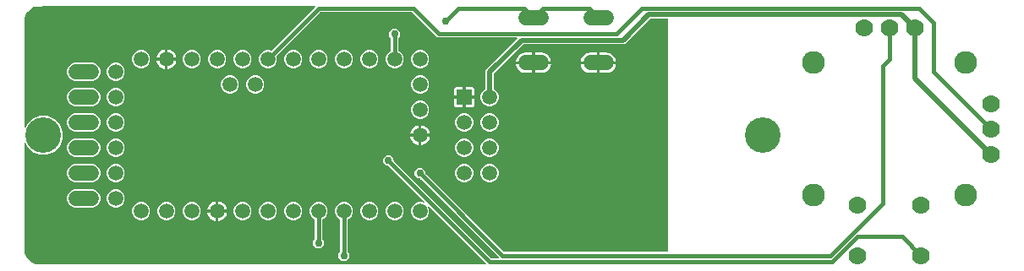
<source format=gbr>
G04 EAGLE Gerber RS-274X export*
G75*
%MOMM*%
%FSLAX34Y34*%
%LPD*%
%INBottom Copper*%
%IPPOS*%
%AMOC8*
5,1,8,0,0,1.08239X$1,22.5*%
G01*
%ADD10R,1.508000X1.508000*%
%ADD11C,1.508000*%
%ADD12C,2.286000*%
%ADD13C,1.778000*%
%ADD14C,3.556000*%
%ADD15C,1.524000*%
%ADD16C,0.756400*%
%ADD17C,0.406400*%
%ADD18C,0.508000*%

G36*
X472119Y10045D02*
X472119Y10045D01*
X472191Y10047D01*
X472240Y10065D01*
X472291Y10073D01*
X472355Y10107D01*
X472422Y10132D01*
X472463Y10164D01*
X472509Y10189D01*
X472558Y10240D01*
X472614Y10285D01*
X472642Y10329D01*
X472678Y10367D01*
X472708Y10432D01*
X472747Y10492D01*
X472760Y10543D01*
X472782Y10590D01*
X472790Y10661D01*
X472807Y10731D01*
X472803Y10783D01*
X472809Y10834D01*
X472793Y10905D01*
X472788Y10976D01*
X472768Y11024D01*
X472756Y11075D01*
X472720Y11136D01*
X472692Y11202D01*
X472647Y11258D01*
X472630Y11286D01*
X472612Y11301D01*
X472587Y11333D01*
X472470Y11450D01*
X415942Y67978D01*
X415863Y68035D01*
X415788Y68097D01*
X415763Y68106D01*
X415742Y68122D01*
X415649Y68150D01*
X415558Y68185D01*
X415532Y68186D01*
X415507Y68194D01*
X415410Y68192D01*
X415312Y68196D01*
X415287Y68188D01*
X415261Y68188D01*
X415170Y68154D01*
X415076Y68127D01*
X415055Y68112D01*
X415030Y68103D01*
X414954Y68042D01*
X414874Y67987D01*
X414859Y67966D01*
X414838Y67950D01*
X414785Y67868D01*
X414727Y67789D01*
X414719Y67765D01*
X414705Y67743D01*
X414681Y67648D01*
X414651Y67556D01*
X414651Y67529D01*
X414645Y67504D01*
X414653Y67407D01*
X414654Y67310D01*
X414663Y67278D01*
X414664Y67259D01*
X414677Y67229D01*
X414700Y67149D01*
X415465Y65303D01*
X415465Y61697D01*
X414085Y58365D01*
X411535Y55815D01*
X408203Y54435D01*
X404597Y54435D01*
X401265Y55815D01*
X398715Y58365D01*
X397335Y61697D01*
X397335Y65303D01*
X398715Y68635D01*
X401265Y71185D01*
X404597Y72565D01*
X408203Y72565D01*
X410049Y71800D01*
X410143Y71778D01*
X410236Y71749D01*
X410263Y71750D01*
X410288Y71744D01*
X410385Y71753D01*
X410482Y71756D01*
X410507Y71765D01*
X410533Y71767D01*
X410622Y71807D01*
X410713Y71840D01*
X410734Y71857D01*
X410758Y71867D01*
X410829Y71933D01*
X410905Y71994D01*
X410919Y72016D01*
X410939Y72034D01*
X410986Y72119D01*
X411038Y72201D01*
X411045Y72226D01*
X411057Y72249D01*
X411075Y72345D01*
X411098Y72439D01*
X411096Y72465D01*
X411101Y72491D01*
X411087Y72588D01*
X411079Y72685D01*
X411069Y72709D01*
X411065Y72735D01*
X411021Y72822D01*
X410983Y72911D01*
X410963Y72936D01*
X410954Y72954D01*
X410930Y72977D01*
X410878Y73042D01*
X375150Y108770D01*
X375076Y108823D01*
X375006Y108883D01*
X374976Y108895D01*
X374950Y108914D01*
X374863Y108941D01*
X374778Y108975D01*
X374737Y108979D01*
X374715Y108986D01*
X374683Y108985D01*
X374611Y108993D01*
X372452Y108993D01*
X369343Y112102D01*
X369343Y116498D01*
X372452Y119607D01*
X376848Y119607D01*
X379957Y116498D01*
X379957Y114339D01*
X379971Y114248D01*
X379979Y114158D01*
X379991Y114128D01*
X379996Y114096D01*
X380039Y114015D01*
X380075Y113931D01*
X380101Y113899D01*
X380112Y113878D01*
X380135Y113856D01*
X380141Y113848D01*
X380150Y113834D01*
X380159Y113826D01*
X380180Y113800D01*
X477500Y16480D01*
X477574Y16427D01*
X477644Y16367D01*
X477674Y16355D01*
X477700Y16336D01*
X477787Y16309D01*
X477872Y16275D01*
X477913Y16271D01*
X477935Y16264D01*
X477967Y16265D01*
X478039Y16257D01*
X484875Y16257D01*
X484946Y16268D01*
X485018Y16270D01*
X485067Y16288D01*
X485118Y16296D01*
X485182Y16330D01*
X485249Y16355D01*
X485290Y16387D01*
X485336Y16412D01*
X485385Y16464D01*
X485441Y16508D01*
X485469Y16552D01*
X485505Y16590D01*
X485535Y16655D01*
X485574Y16715D01*
X485587Y16766D01*
X485609Y16813D01*
X485617Y16884D01*
X485634Y16954D01*
X485630Y17006D01*
X485636Y17057D01*
X485620Y17128D01*
X485615Y17199D01*
X485595Y17247D01*
X485583Y17298D01*
X485547Y17359D01*
X485519Y17425D01*
X485474Y17481D01*
X485457Y17509D01*
X485439Y17524D01*
X485414Y17556D01*
X406900Y96070D01*
X406826Y96123D01*
X406756Y96183D01*
X406726Y96195D01*
X406700Y96214D01*
X406613Y96241D01*
X406528Y96275D01*
X406487Y96279D01*
X406465Y96286D01*
X406433Y96285D01*
X406361Y96293D01*
X404202Y96293D01*
X401093Y99402D01*
X401093Y103798D01*
X404202Y106907D01*
X408598Y106907D01*
X411707Y103798D01*
X411707Y101639D01*
X411721Y101548D01*
X411729Y101458D01*
X411741Y101428D01*
X411746Y101396D01*
X411789Y101315D01*
X411825Y101231D01*
X411851Y101199D01*
X411862Y101178D01*
X411885Y101156D01*
X411930Y101100D01*
X490200Y22830D01*
X490274Y22777D01*
X490344Y22717D01*
X490374Y22705D01*
X490400Y22686D01*
X490487Y22659D01*
X490572Y22625D01*
X490613Y22621D01*
X490635Y22614D01*
X490667Y22615D01*
X490739Y22607D01*
X654050Y22607D01*
X654070Y22610D01*
X654089Y22608D01*
X654191Y22630D01*
X654293Y22646D01*
X654310Y22656D01*
X654330Y22660D01*
X654419Y22713D01*
X654510Y22762D01*
X654524Y22776D01*
X654541Y22786D01*
X654608Y22865D01*
X654680Y22940D01*
X654688Y22958D01*
X654701Y22973D01*
X654740Y23069D01*
X654783Y23163D01*
X654785Y23183D01*
X654793Y23201D01*
X654811Y23368D01*
X654811Y255778D01*
X654808Y255798D01*
X654810Y255817D01*
X654788Y255919D01*
X654772Y256021D01*
X654762Y256038D01*
X654758Y256058D01*
X654705Y256147D01*
X654656Y256238D01*
X654642Y256252D01*
X654632Y256269D01*
X654553Y256336D01*
X654478Y256408D01*
X654460Y256416D01*
X654445Y256429D01*
X654349Y256468D01*
X654255Y256511D01*
X654235Y256513D01*
X654217Y256521D01*
X654050Y256539D01*
X637253Y256539D01*
X637163Y256525D01*
X637072Y256517D01*
X637042Y256505D01*
X637010Y256500D01*
X636930Y256457D01*
X636846Y256421D01*
X636814Y256395D01*
X636793Y256384D01*
X636771Y256361D01*
X636715Y256316D01*
X611284Y230885D01*
X509999Y230885D01*
X509909Y230871D01*
X509818Y230863D01*
X509788Y230851D01*
X509756Y230846D01*
X509676Y230803D01*
X509592Y230767D01*
X509560Y230741D01*
X509539Y230730D01*
X509517Y230707D01*
X509461Y230662D01*
X480538Y201739D01*
X480485Y201665D01*
X480425Y201596D01*
X480413Y201566D01*
X480394Y201540D01*
X480367Y201453D01*
X480333Y201368D01*
X480329Y201327D01*
X480322Y201304D01*
X480323Y201272D01*
X480315Y201201D01*
X480315Y186437D01*
X480334Y186322D01*
X480351Y186206D01*
X480353Y186200D01*
X480354Y186194D01*
X480409Y186092D01*
X480462Y185986D01*
X480467Y185982D01*
X480470Y185976D01*
X480554Y185896D01*
X480638Y185814D01*
X480644Y185811D01*
X480648Y185807D01*
X480665Y185799D01*
X480785Y185733D01*
X481385Y185485D01*
X483935Y182935D01*
X485315Y179603D01*
X485315Y175997D01*
X483935Y172665D01*
X481385Y170115D01*
X478053Y168735D01*
X474447Y168735D01*
X471115Y170115D01*
X468565Y172665D01*
X467185Y175997D01*
X467185Y179603D01*
X468565Y182935D01*
X471115Y185485D01*
X471715Y185733D01*
X471815Y185795D01*
X471915Y185855D01*
X471919Y185860D01*
X471924Y185863D01*
X471999Y185953D01*
X472075Y186042D01*
X472077Y186048D01*
X472081Y186052D01*
X472123Y186161D01*
X472167Y186270D01*
X472168Y186277D01*
X472169Y186282D01*
X472170Y186300D01*
X472185Y186437D01*
X472185Y204884D01*
X503712Y236410D01*
X503745Y236443D01*
X503787Y236502D01*
X503837Y236554D01*
X503858Y236601D01*
X503889Y236643D01*
X503910Y236712D01*
X503940Y236777D01*
X503946Y236829D01*
X503961Y236878D01*
X503959Y236950D01*
X503967Y237021D01*
X503956Y237072D01*
X503955Y237124D01*
X503930Y237192D01*
X503915Y237262D01*
X503888Y237306D01*
X503871Y237355D01*
X503826Y237411D01*
X503789Y237473D01*
X503749Y237507D01*
X503717Y237547D01*
X503657Y237586D01*
X503602Y237633D01*
X503554Y237652D01*
X503510Y237680D01*
X503441Y237698D01*
X503374Y237725D01*
X503303Y237733D01*
X503272Y237741D01*
X503248Y237739D01*
X503207Y237743D01*
X423977Y237743D01*
X398800Y262920D01*
X398726Y262973D01*
X398656Y263033D01*
X398626Y263045D01*
X398600Y263064D01*
X398513Y263091D01*
X398428Y263125D01*
X398387Y263129D01*
X398365Y263136D01*
X398333Y263135D01*
X398261Y263143D01*
X306589Y263143D01*
X306498Y263129D01*
X306408Y263121D01*
X306378Y263109D01*
X306346Y263104D01*
X306265Y263061D01*
X306181Y263025D01*
X306149Y262999D01*
X306128Y262988D01*
X306106Y262965D01*
X306050Y262920D01*
X262771Y219641D01*
X262703Y219547D01*
X262633Y219452D01*
X262631Y219446D01*
X262627Y219441D01*
X262593Y219330D01*
X262557Y219218D01*
X262557Y219212D01*
X262555Y219206D01*
X262558Y219089D01*
X262559Y218972D01*
X262561Y218965D01*
X262561Y218960D01*
X262568Y218943D01*
X262606Y218811D01*
X263065Y217703D01*
X263065Y214097D01*
X261685Y210765D01*
X259135Y208215D01*
X255803Y206835D01*
X252197Y206835D01*
X248865Y208215D01*
X246315Y210765D01*
X244935Y214097D01*
X244935Y217703D01*
X246315Y221035D01*
X248865Y223585D01*
X252197Y224965D01*
X255803Y224965D01*
X256911Y224506D01*
X257025Y224479D01*
X257138Y224451D01*
X257145Y224451D01*
X257151Y224450D01*
X257267Y224461D01*
X257384Y224470D01*
X257389Y224472D01*
X257396Y224473D01*
X257503Y224521D01*
X257610Y224566D01*
X257616Y224571D01*
X257620Y224573D01*
X257634Y224585D01*
X257741Y224671D01*
X301137Y268067D01*
X301179Y268125D01*
X301228Y268177D01*
X301250Y268224D01*
X301280Y268266D01*
X301301Y268335D01*
X301332Y268400D01*
X301337Y268452D01*
X301353Y268502D01*
X301351Y268573D01*
X301359Y268644D01*
X301348Y268695D01*
X301346Y268747D01*
X301322Y268815D01*
X301306Y268885D01*
X301280Y268929D01*
X301262Y268978D01*
X301217Y269034D01*
X301180Y269096D01*
X301141Y269130D01*
X301108Y269170D01*
X301048Y269209D01*
X300993Y269256D01*
X300945Y269275D01*
X300901Y269303D01*
X300832Y269321D01*
X300765Y269348D01*
X300694Y269356D01*
X300663Y269364D01*
X300639Y269362D01*
X300598Y269366D01*
X28964Y269366D01*
X28900Y269356D01*
X28834Y269355D01*
X28754Y269332D01*
X28722Y269327D01*
X28705Y269317D01*
X28673Y269308D01*
X27550Y268843D01*
X22139Y268843D01*
X22122Y268840D01*
X22104Y268842D01*
X21939Y268816D01*
X19719Y268210D01*
X19705Y268203D01*
X19689Y268201D01*
X19536Y268133D01*
X16272Y266227D01*
X16260Y266217D01*
X16246Y266211D01*
X16115Y266105D01*
X13456Y263419D01*
X13447Y263406D01*
X13434Y263397D01*
X13336Y263261D01*
X11462Y259978D01*
X11457Y259964D01*
X11447Y259951D01*
X11387Y259794D01*
X10427Y256139D01*
X10425Y256115D01*
X10403Y255991D01*
X10289Y254103D01*
X10291Y254086D01*
X10288Y254057D01*
X10288Y254030D01*
X10288Y254029D01*
X10288Y254027D01*
X10298Y251925D01*
X10297Y251911D01*
X10289Y251879D01*
X10291Y251861D01*
X10288Y251831D01*
X10288Y148073D01*
X10303Y147977D01*
X10313Y147880D01*
X10323Y147856D01*
X10327Y147830D01*
X10373Y147744D01*
X10413Y147655D01*
X10430Y147636D01*
X10443Y147613D01*
X10513Y147546D01*
X10579Y147474D01*
X10602Y147462D01*
X10621Y147444D01*
X10709Y147403D01*
X10795Y147356D01*
X10820Y147351D01*
X10844Y147340D01*
X10941Y147329D01*
X11037Y147312D01*
X11063Y147316D01*
X11088Y147313D01*
X11184Y147333D01*
X11280Y147348D01*
X11303Y147359D01*
X11329Y147365D01*
X11412Y147415D01*
X11499Y147459D01*
X11518Y147478D01*
X11540Y147491D01*
X11603Y147565D01*
X11671Y147635D01*
X11687Y147663D01*
X11700Y147678D01*
X11712Y147709D01*
X11752Y147782D01*
X12934Y150635D01*
X18365Y156066D01*
X25460Y159005D01*
X33140Y159005D01*
X40235Y156066D01*
X45666Y150635D01*
X48605Y143540D01*
X48605Y135860D01*
X45666Y128765D01*
X40235Y123334D01*
X33140Y120395D01*
X25460Y120395D01*
X18365Y123334D01*
X12934Y128765D01*
X11752Y131618D01*
X11701Y131701D01*
X11655Y131787D01*
X11637Y131805D01*
X11623Y131827D01*
X11547Y131890D01*
X11477Y131956D01*
X11453Y131967D01*
X11433Y131984D01*
X11342Y132019D01*
X11254Y132060D01*
X11228Y132063D01*
X11204Y132072D01*
X11106Y132076D01*
X11010Y132087D01*
X10984Y132082D01*
X10958Y132083D01*
X10864Y132056D01*
X10769Y132035D01*
X10747Y132022D01*
X10722Y132014D01*
X10642Y131959D01*
X10558Y131909D01*
X10541Y131889D01*
X10520Y131874D01*
X10461Y131796D01*
X10398Y131722D01*
X10388Y131698D01*
X10373Y131677D01*
X10343Y131584D01*
X10306Y131494D01*
X10303Y131461D01*
X10297Y131443D01*
X10297Y131410D01*
X10288Y131327D01*
X10288Y28964D01*
X10298Y28900D01*
X10299Y28834D01*
X10322Y28754D01*
X10327Y28722D01*
X10337Y28705D01*
X10346Y28673D01*
X10811Y27550D01*
X10811Y21898D01*
X10813Y21885D01*
X10811Y21871D01*
X10836Y21705D01*
X11387Y19606D01*
X11393Y19591D01*
X11396Y19576D01*
X11462Y19422D01*
X13336Y16139D01*
X13346Y16127D01*
X13352Y16112D01*
X13456Y15981D01*
X16115Y13295D01*
X16128Y13286D01*
X16138Y13273D01*
X16272Y13173D01*
X19536Y11267D01*
X19551Y11261D01*
X19563Y11252D01*
X19719Y11190D01*
X21939Y10584D01*
X21956Y10582D01*
X21972Y10575D01*
X22139Y10557D01*
X27550Y10557D01*
X28673Y10092D01*
X28737Y10077D01*
X28798Y10052D01*
X28881Y10043D01*
X28913Y10036D01*
X28932Y10037D01*
X28964Y10034D01*
X472048Y10034D01*
X472119Y10045D01*
G37*
%LPC*%
G36*
X328002Y13743D02*
X328002Y13743D01*
X324893Y16852D01*
X324893Y21248D01*
X326420Y22775D01*
X326473Y22849D01*
X326533Y22919D01*
X326545Y22949D01*
X326564Y22975D01*
X326591Y23062D01*
X326625Y23147D01*
X326629Y23188D01*
X326636Y23210D01*
X326635Y23242D01*
X326643Y23313D01*
X326643Y54653D01*
X326624Y54768D01*
X326607Y54884D01*
X326605Y54890D01*
X326604Y54896D01*
X326549Y54998D01*
X326496Y55103D01*
X326491Y55108D01*
X326488Y55113D01*
X326404Y55193D01*
X326320Y55275D01*
X326314Y55279D01*
X326310Y55283D01*
X326293Y55290D01*
X326173Y55356D01*
X325065Y55815D01*
X322515Y58365D01*
X321135Y61697D01*
X321135Y65303D01*
X322515Y68635D01*
X325065Y71185D01*
X328397Y72565D01*
X332003Y72565D01*
X335335Y71185D01*
X337885Y68635D01*
X339265Y65303D01*
X339265Y61697D01*
X337885Y58365D01*
X335335Y55815D01*
X334227Y55356D01*
X334127Y55295D01*
X334027Y55235D01*
X334023Y55230D01*
X334018Y55227D01*
X333943Y55137D01*
X333867Y55048D01*
X333865Y55042D01*
X333861Y55037D01*
X333819Y54929D01*
X333775Y54820D01*
X333774Y54812D01*
X333773Y54808D01*
X333772Y54789D01*
X333757Y54653D01*
X333757Y23313D01*
X333771Y23223D01*
X333779Y23132D01*
X333791Y23103D01*
X333796Y23071D01*
X333839Y22990D01*
X333875Y22906D01*
X333901Y22874D01*
X333912Y22853D01*
X333935Y22831D01*
X333980Y22775D01*
X335507Y21248D01*
X335507Y16852D01*
X332398Y13743D01*
X328002Y13743D01*
G37*
%LPD*%
%LPC*%
G36*
X60411Y67055D02*
X60411Y67055D01*
X57050Y68447D01*
X54477Y71020D01*
X53085Y74381D01*
X53085Y78019D01*
X54477Y81380D01*
X57050Y83953D01*
X60411Y85345D01*
X79289Y85345D01*
X82650Y83953D01*
X85223Y81380D01*
X86615Y78019D01*
X86615Y74381D01*
X85223Y71020D01*
X82650Y68447D01*
X79289Y67055D01*
X60411Y67055D01*
G37*
%LPD*%
%LPC*%
G36*
X60411Y117855D02*
X60411Y117855D01*
X57050Y119247D01*
X54477Y121820D01*
X53085Y125181D01*
X53085Y128819D01*
X54477Y132180D01*
X57050Y134753D01*
X60411Y136145D01*
X79289Y136145D01*
X82650Y134753D01*
X85223Y132180D01*
X86615Y128819D01*
X86615Y125181D01*
X85223Y121820D01*
X82650Y119247D01*
X79289Y117855D01*
X60411Y117855D01*
G37*
%LPD*%
%LPC*%
G36*
X60411Y168655D02*
X60411Y168655D01*
X57050Y170047D01*
X54477Y172620D01*
X53085Y175981D01*
X53085Y179619D01*
X54477Y182980D01*
X57050Y185553D01*
X60411Y186945D01*
X79289Y186945D01*
X82650Y185553D01*
X85223Y182980D01*
X86615Y179619D01*
X86615Y175981D01*
X85223Y172620D01*
X82650Y170047D01*
X79289Y168655D01*
X60411Y168655D01*
G37*
%LPD*%
%LPC*%
G36*
X60411Y194055D02*
X60411Y194055D01*
X57050Y195447D01*
X54477Y198020D01*
X53085Y201381D01*
X53085Y205019D01*
X54477Y208380D01*
X57050Y210953D01*
X60411Y212345D01*
X79289Y212345D01*
X82650Y210953D01*
X85223Y208380D01*
X86615Y205019D01*
X86615Y201381D01*
X85223Y198020D01*
X82650Y195447D01*
X79289Y194055D01*
X60411Y194055D01*
G37*
%LPD*%
%LPC*%
G36*
X60411Y143255D02*
X60411Y143255D01*
X57050Y144647D01*
X54477Y147220D01*
X53085Y150581D01*
X53085Y154219D01*
X54477Y157580D01*
X57050Y160153D01*
X60411Y161545D01*
X79289Y161545D01*
X82650Y160153D01*
X85223Y157580D01*
X86615Y154219D01*
X86615Y150581D01*
X85223Y147220D01*
X82650Y144647D01*
X79289Y143255D01*
X60411Y143255D01*
G37*
%LPD*%
%LPC*%
G36*
X60411Y92455D02*
X60411Y92455D01*
X57050Y93847D01*
X54477Y96420D01*
X53085Y99781D01*
X53085Y103419D01*
X54477Y106780D01*
X57050Y109353D01*
X60411Y110745D01*
X79289Y110745D01*
X82650Y109353D01*
X85223Y106780D01*
X86615Y103419D01*
X86615Y99781D01*
X85223Y96420D01*
X82650Y93847D01*
X79289Y92455D01*
X60411Y92455D01*
G37*
%LPD*%
%LPC*%
G36*
X302602Y26443D02*
X302602Y26443D01*
X299493Y29552D01*
X299493Y33948D01*
X301020Y35475D01*
X301073Y35549D01*
X301133Y35619D01*
X301145Y35649D01*
X301164Y35675D01*
X301191Y35762D01*
X301225Y35847D01*
X301229Y35888D01*
X301236Y35910D01*
X301235Y35942D01*
X301243Y36013D01*
X301243Y54653D01*
X301224Y54768D01*
X301207Y54884D01*
X301205Y54890D01*
X301204Y54896D01*
X301149Y54998D01*
X301096Y55103D01*
X301091Y55108D01*
X301088Y55113D01*
X301004Y55193D01*
X300920Y55275D01*
X300914Y55279D01*
X300910Y55283D01*
X300893Y55290D01*
X300773Y55356D01*
X299665Y55815D01*
X297115Y58365D01*
X295735Y61697D01*
X295735Y65303D01*
X297115Y68635D01*
X299665Y71185D01*
X302997Y72565D01*
X306603Y72565D01*
X309935Y71185D01*
X312485Y68635D01*
X313865Y65303D01*
X313865Y61697D01*
X312485Y58365D01*
X309935Y55815D01*
X308827Y55356D01*
X308727Y55295D01*
X308627Y55235D01*
X308623Y55230D01*
X308618Y55227D01*
X308543Y55137D01*
X308467Y55048D01*
X308465Y55042D01*
X308461Y55037D01*
X308419Y54929D01*
X308375Y54820D01*
X308374Y54812D01*
X308373Y54808D01*
X308372Y54789D01*
X308357Y54653D01*
X308357Y36013D01*
X308371Y35923D01*
X308379Y35832D01*
X308391Y35803D01*
X308396Y35771D01*
X308439Y35690D01*
X308475Y35606D01*
X308501Y35574D01*
X308512Y35553D01*
X308535Y35531D01*
X308580Y35475D01*
X310107Y33948D01*
X310107Y29552D01*
X306998Y26443D01*
X302602Y26443D01*
G37*
%LPD*%
%LPC*%
G36*
X379197Y206835D02*
X379197Y206835D01*
X375865Y208215D01*
X373315Y210765D01*
X371935Y214097D01*
X371935Y217703D01*
X373315Y221035D01*
X375865Y223585D01*
X376973Y224044D01*
X377073Y224105D01*
X377173Y224165D01*
X377177Y224170D01*
X377182Y224173D01*
X377257Y224263D01*
X377333Y224352D01*
X377335Y224358D01*
X377339Y224363D01*
X377381Y224471D01*
X377425Y224580D01*
X377426Y224588D01*
X377427Y224592D01*
X377428Y224611D01*
X377443Y224747D01*
X377443Y237037D01*
X377429Y237127D01*
X377421Y237218D01*
X377409Y237247D01*
X377404Y237279D01*
X377361Y237360D01*
X377325Y237444D01*
X377299Y237476D01*
X377288Y237497D01*
X377265Y237519D01*
X377220Y237575D01*
X375693Y239102D01*
X375693Y243498D01*
X378802Y246607D01*
X383198Y246607D01*
X386307Y243498D01*
X386307Y239102D01*
X384780Y237575D01*
X384727Y237501D01*
X384667Y237431D01*
X384655Y237401D01*
X384636Y237375D01*
X384609Y237288D01*
X384575Y237203D01*
X384571Y237162D01*
X384564Y237140D01*
X384565Y237108D01*
X384557Y237037D01*
X384557Y224747D01*
X384576Y224632D01*
X384593Y224516D01*
X384595Y224510D01*
X384596Y224504D01*
X384651Y224402D01*
X384704Y224297D01*
X384709Y224292D01*
X384712Y224287D01*
X384796Y224207D01*
X384880Y224125D01*
X384886Y224121D01*
X384890Y224118D01*
X384907Y224110D01*
X385027Y224044D01*
X386135Y223585D01*
X388685Y221035D01*
X390065Y217703D01*
X390065Y214097D01*
X388685Y210765D01*
X386135Y208215D01*
X382803Y206835D01*
X379197Y206835D01*
G37*
%LPD*%
%LPC*%
G36*
X99797Y117935D02*
X99797Y117935D01*
X96465Y119315D01*
X93915Y121865D01*
X92535Y125197D01*
X92535Y128803D01*
X93915Y132135D01*
X96465Y134685D01*
X99797Y136065D01*
X103403Y136065D01*
X106735Y134685D01*
X109285Y132135D01*
X110665Y128803D01*
X110665Y125197D01*
X109285Y121865D01*
X106735Y119315D01*
X103403Y117935D01*
X99797Y117935D01*
G37*
%LPD*%
%LPC*%
G36*
X474447Y92535D02*
X474447Y92535D01*
X471115Y93915D01*
X468565Y96465D01*
X467185Y99797D01*
X467185Y103403D01*
X468565Y106735D01*
X471115Y109285D01*
X474447Y110665D01*
X478053Y110665D01*
X481385Y109285D01*
X483935Y106735D01*
X485315Y103403D01*
X485315Y99797D01*
X483935Y96465D01*
X481385Y93915D01*
X478053Y92535D01*
X474447Y92535D01*
G37*
%LPD*%
%LPC*%
G36*
X404597Y206835D02*
X404597Y206835D01*
X401265Y208215D01*
X398715Y210765D01*
X397335Y214097D01*
X397335Y217703D01*
X398715Y221035D01*
X401265Y223585D01*
X404597Y224965D01*
X408203Y224965D01*
X411535Y223585D01*
X414085Y221035D01*
X415465Y217703D01*
X415465Y214097D01*
X414085Y210765D01*
X411535Y208215D01*
X408203Y206835D01*
X404597Y206835D01*
G37*
%LPD*%
%LPC*%
G36*
X353797Y206835D02*
X353797Y206835D01*
X350465Y208215D01*
X347915Y210765D01*
X346535Y214097D01*
X346535Y217703D01*
X347915Y221035D01*
X350465Y223585D01*
X353797Y224965D01*
X357403Y224965D01*
X360735Y223585D01*
X363285Y221035D01*
X364665Y217703D01*
X364665Y214097D01*
X363285Y210765D01*
X360735Y208215D01*
X357403Y206835D01*
X353797Y206835D01*
G37*
%LPD*%
%LPC*%
G36*
X328397Y206835D02*
X328397Y206835D01*
X325065Y208215D01*
X322515Y210765D01*
X321135Y214097D01*
X321135Y217703D01*
X322515Y221035D01*
X325065Y223585D01*
X328397Y224965D01*
X332003Y224965D01*
X335335Y223585D01*
X337885Y221035D01*
X339265Y217703D01*
X339265Y214097D01*
X337885Y210765D01*
X335335Y208215D01*
X332003Y206835D01*
X328397Y206835D01*
G37*
%LPD*%
%LPC*%
G36*
X302997Y206835D02*
X302997Y206835D01*
X299665Y208215D01*
X297115Y210765D01*
X295735Y214097D01*
X295735Y217703D01*
X297115Y221035D01*
X299665Y223585D01*
X302997Y224965D01*
X306603Y224965D01*
X309935Y223585D01*
X312485Y221035D01*
X313865Y217703D01*
X313865Y214097D01*
X312485Y210765D01*
X309935Y208215D01*
X306603Y206835D01*
X302997Y206835D01*
G37*
%LPD*%
%LPC*%
G36*
X277597Y206835D02*
X277597Y206835D01*
X274265Y208215D01*
X271715Y210765D01*
X270335Y214097D01*
X270335Y217703D01*
X271715Y221035D01*
X274265Y223585D01*
X277597Y224965D01*
X281203Y224965D01*
X284535Y223585D01*
X287085Y221035D01*
X288465Y217703D01*
X288465Y214097D01*
X287085Y210765D01*
X284535Y208215D01*
X281203Y206835D01*
X277597Y206835D01*
G37*
%LPD*%
%LPC*%
G36*
X226797Y206835D02*
X226797Y206835D01*
X223465Y208215D01*
X220915Y210765D01*
X219535Y214097D01*
X219535Y217703D01*
X220915Y221035D01*
X223465Y223585D01*
X226797Y224965D01*
X230403Y224965D01*
X233735Y223585D01*
X236285Y221035D01*
X237665Y217703D01*
X237665Y214097D01*
X236285Y210765D01*
X233735Y208215D01*
X230403Y206835D01*
X226797Y206835D01*
G37*
%LPD*%
%LPC*%
G36*
X201397Y206835D02*
X201397Y206835D01*
X198065Y208215D01*
X195515Y210765D01*
X194135Y214097D01*
X194135Y217703D01*
X195515Y221035D01*
X198065Y223585D01*
X201397Y224965D01*
X205003Y224965D01*
X208335Y223585D01*
X210885Y221035D01*
X212265Y217703D01*
X212265Y214097D01*
X210885Y210765D01*
X208335Y208215D01*
X205003Y206835D01*
X201397Y206835D01*
G37*
%LPD*%
%LPC*%
G36*
X175997Y206835D02*
X175997Y206835D01*
X172665Y208215D01*
X170115Y210765D01*
X168735Y214097D01*
X168735Y217703D01*
X170115Y221035D01*
X172665Y223585D01*
X175997Y224965D01*
X179603Y224965D01*
X182935Y223585D01*
X185485Y221035D01*
X186865Y217703D01*
X186865Y214097D01*
X185485Y210765D01*
X182935Y208215D01*
X179603Y206835D01*
X175997Y206835D01*
G37*
%LPD*%
%LPC*%
G36*
X125197Y206835D02*
X125197Y206835D01*
X121865Y208215D01*
X119315Y210765D01*
X117935Y214097D01*
X117935Y217703D01*
X119315Y221035D01*
X121865Y223585D01*
X125197Y224965D01*
X128803Y224965D01*
X132135Y223585D01*
X134685Y221035D01*
X136065Y217703D01*
X136065Y214097D01*
X134685Y210765D01*
X132135Y208215D01*
X128803Y206835D01*
X125197Y206835D01*
G37*
%LPD*%
%LPC*%
G36*
X99797Y92535D02*
X99797Y92535D01*
X96465Y93915D01*
X93915Y96465D01*
X92535Y99797D01*
X92535Y103403D01*
X93915Y106735D01*
X96465Y109285D01*
X99797Y110665D01*
X103403Y110665D01*
X106735Y109285D01*
X109285Y106735D01*
X110665Y103403D01*
X110665Y99797D01*
X109285Y96465D01*
X106735Y93915D01*
X103403Y92535D01*
X99797Y92535D01*
G37*
%LPD*%
%LPC*%
G36*
X99797Y67135D02*
X99797Y67135D01*
X96465Y68515D01*
X93915Y71065D01*
X92535Y74397D01*
X92535Y78003D01*
X93915Y81335D01*
X96465Y83885D01*
X99797Y85265D01*
X103403Y85265D01*
X106735Y83885D01*
X109285Y81335D01*
X110665Y78003D01*
X110665Y74397D01*
X109285Y71065D01*
X106735Y68515D01*
X103403Y67135D01*
X99797Y67135D01*
G37*
%LPD*%
%LPC*%
G36*
X252197Y54435D02*
X252197Y54435D01*
X248865Y55815D01*
X246315Y58365D01*
X244935Y61697D01*
X244935Y65303D01*
X246315Y68635D01*
X248865Y71185D01*
X252197Y72565D01*
X255803Y72565D01*
X259135Y71185D01*
X261685Y68635D01*
X263065Y65303D01*
X263065Y61697D01*
X261685Y58365D01*
X259135Y55815D01*
X255803Y54435D01*
X252197Y54435D01*
G37*
%LPD*%
%LPC*%
G36*
X379197Y54435D02*
X379197Y54435D01*
X375865Y55815D01*
X373315Y58365D01*
X371935Y61697D01*
X371935Y65303D01*
X373315Y68635D01*
X375865Y71185D01*
X379197Y72565D01*
X382803Y72565D01*
X386135Y71185D01*
X388685Y68635D01*
X390065Y65303D01*
X390065Y61697D01*
X388685Y58365D01*
X386135Y55815D01*
X382803Y54435D01*
X379197Y54435D01*
G37*
%LPD*%
%LPC*%
G36*
X353797Y54435D02*
X353797Y54435D01*
X350465Y55815D01*
X347915Y58365D01*
X346535Y61697D01*
X346535Y65303D01*
X347915Y68635D01*
X350465Y71185D01*
X353797Y72565D01*
X357403Y72565D01*
X360735Y71185D01*
X363285Y68635D01*
X364665Y65303D01*
X364665Y61697D01*
X363285Y58365D01*
X360735Y55815D01*
X357403Y54435D01*
X353797Y54435D01*
G37*
%LPD*%
%LPC*%
G36*
X277597Y54435D02*
X277597Y54435D01*
X274265Y55815D01*
X271715Y58365D01*
X270335Y61697D01*
X270335Y65303D01*
X271715Y68635D01*
X274265Y71185D01*
X277597Y72565D01*
X281203Y72565D01*
X284535Y71185D01*
X287085Y68635D01*
X288465Y65303D01*
X288465Y61697D01*
X287085Y58365D01*
X284535Y55815D01*
X281203Y54435D01*
X277597Y54435D01*
G37*
%LPD*%
%LPC*%
G36*
X226797Y54435D02*
X226797Y54435D01*
X223465Y55815D01*
X220915Y58365D01*
X219535Y61697D01*
X219535Y65303D01*
X220915Y68635D01*
X223465Y71185D01*
X226797Y72565D01*
X230403Y72565D01*
X233735Y71185D01*
X236285Y68635D01*
X237665Y65303D01*
X237665Y61697D01*
X236285Y58365D01*
X233735Y55815D01*
X230403Y54435D01*
X226797Y54435D01*
G37*
%LPD*%
%LPC*%
G36*
X175997Y54435D02*
X175997Y54435D01*
X172665Y55815D01*
X170115Y58365D01*
X168735Y61697D01*
X168735Y65303D01*
X170115Y68635D01*
X172665Y71185D01*
X175997Y72565D01*
X179603Y72565D01*
X182935Y71185D01*
X185485Y68635D01*
X186865Y65303D01*
X186865Y61697D01*
X185485Y58365D01*
X182935Y55815D01*
X179603Y54435D01*
X175997Y54435D01*
G37*
%LPD*%
%LPC*%
G36*
X150597Y54435D02*
X150597Y54435D01*
X147265Y55815D01*
X144715Y58365D01*
X143335Y61697D01*
X143335Y65303D01*
X144715Y68635D01*
X147265Y71185D01*
X150597Y72565D01*
X154203Y72565D01*
X157535Y71185D01*
X160085Y68635D01*
X161465Y65303D01*
X161465Y61697D01*
X160085Y58365D01*
X157535Y55815D01*
X154203Y54435D01*
X150597Y54435D01*
G37*
%LPD*%
%LPC*%
G36*
X99797Y194135D02*
X99797Y194135D01*
X96465Y195515D01*
X93915Y198065D01*
X92535Y201397D01*
X92535Y205003D01*
X93915Y208335D01*
X96465Y210885D01*
X99797Y212265D01*
X103403Y212265D01*
X106735Y210885D01*
X109285Y208335D01*
X110665Y205003D01*
X110665Y201397D01*
X109285Y198065D01*
X106735Y195515D01*
X103403Y194135D01*
X99797Y194135D01*
G37*
%LPD*%
%LPC*%
G36*
X125197Y54435D02*
X125197Y54435D01*
X121865Y55815D01*
X119315Y58365D01*
X117935Y61697D01*
X117935Y65303D01*
X119315Y68635D01*
X121865Y71185D01*
X125197Y72565D01*
X128803Y72565D01*
X132135Y71185D01*
X134685Y68635D01*
X136065Y65303D01*
X136065Y61697D01*
X134685Y58365D01*
X132135Y55815D01*
X128803Y54435D01*
X125197Y54435D01*
G37*
%LPD*%
%LPC*%
G36*
X239497Y181435D02*
X239497Y181435D01*
X236165Y182815D01*
X233615Y185365D01*
X232235Y188697D01*
X232235Y192303D01*
X233615Y195635D01*
X236165Y198185D01*
X239497Y199565D01*
X243103Y199565D01*
X246435Y198185D01*
X248985Y195635D01*
X250365Y192303D01*
X250365Y188697D01*
X248985Y185365D01*
X246435Y182815D01*
X243103Y181435D01*
X239497Y181435D01*
G37*
%LPD*%
%LPC*%
G36*
X404597Y181435D02*
X404597Y181435D01*
X401265Y182815D01*
X398715Y185365D01*
X397335Y188697D01*
X397335Y192303D01*
X398715Y195635D01*
X401265Y198185D01*
X404597Y199565D01*
X408203Y199565D01*
X411535Y198185D01*
X414085Y195635D01*
X415465Y192303D01*
X415465Y188697D01*
X414085Y185365D01*
X411535Y182815D01*
X408203Y181435D01*
X404597Y181435D01*
G37*
%LPD*%
%LPC*%
G36*
X214097Y181435D02*
X214097Y181435D01*
X210765Y182815D01*
X208215Y185365D01*
X206835Y188697D01*
X206835Y192303D01*
X208215Y195635D01*
X210765Y198185D01*
X214097Y199565D01*
X217703Y199565D01*
X221035Y198185D01*
X223585Y195635D01*
X224965Y192303D01*
X224965Y188697D01*
X223585Y185365D01*
X221035Y182815D01*
X217703Y181435D01*
X214097Y181435D01*
G37*
%LPD*%
%LPC*%
G36*
X99797Y168735D02*
X99797Y168735D01*
X96465Y170115D01*
X93915Y172665D01*
X92535Y175997D01*
X92535Y179603D01*
X93915Y182935D01*
X96465Y185485D01*
X99797Y186865D01*
X103403Y186865D01*
X106735Y185485D01*
X109285Y182935D01*
X110665Y179603D01*
X110665Y175997D01*
X109285Y172665D01*
X106735Y170115D01*
X103403Y168735D01*
X99797Y168735D01*
G37*
%LPD*%
%LPC*%
G36*
X449047Y92535D02*
X449047Y92535D01*
X445715Y93915D01*
X443165Y96465D01*
X441785Y99797D01*
X441785Y103403D01*
X443165Y106735D01*
X445715Y109285D01*
X449047Y110665D01*
X452653Y110665D01*
X455985Y109285D01*
X458535Y106735D01*
X459915Y103403D01*
X459915Y99797D01*
X458535Y96465D01*
X455985Y93915D01*
X452653Y92535D01*
X449047Y92535D01*
G37*
%LPD*%
%LPC*%
G36*
X404597Y156035D02*
X404597Y156035D01*
X401265Y157415D01*
X398715Y159965D01*
X397335Y163297D01*
X397335Y166903D01*
X398715Y170235D01*
X401265Y172785D01*
X404597Y174165D01*
X408203Y174165D01*
X411535Y172785D01*
X414085Y170235D01*
X415465Y166903D01*
X415465Y163297D01*
X414085Y159965D01*
X411535Y157415D01*
X408203Y156035D01*
X404597Y156035D01*
G37*
%LPD*%
%LPC*%
G36*
X449047Y143335D02*
X449047Y143335D01*
X445715Y144715D01*
X443165Y147265D01*
X441785Y150597D01*
X441785Y154203D01*
X443165Y157535D01*
X445715Y160085D01*
X449047Y161465D01*
X452653Y161465D01*
X455985Y160085D01*
X458535Y157535D01*
X459915Y154203D01*
X459915Y150597D01*
X458535Y147265D01*
X455985Y144715D01*
X452653Y143335D01*
X449047Y143335D01*
G37*
%LPD*%
%LPC*%
G36*
X474447Y143335D02*
X474447Y143335D01*
X471115Y144715D01*
X468565Y147265D01*
X467185Y150597D01*
X467185Y154203D01*
X468565Y157535D01*
X471115Y160085D01*
X474447Y161465D01*
X478053Y161465D01*
X481385Y160085D01*
X483935Y157535D01*
X485315Y154203D01*
X485315Y150597D01*
X483935Y147265D01*
X481385Y144715D01*
X478053Y143335D01*
X474447Y143335D01*
G37*
%LPD*%
%LPC*%
G36*
X99797Y143335D02*
X99797Y143335D01*
X96465Y144715D01*
X93915Y147265D01*
X92535Y150597D01*
X92535Y154203D01*
X93915Y157535D01*
X96465Y160085D01*
X99797Y161465D01*
X103403Y161465D01*
X106735Y160085D01*
X109285Y157535D01*
X110665Y154203D01*
X110665Y150597D01*
X109285Y147265D01*
X106735Y144715D01*
X103403Y143335D01*
X99797Y143335D01*
G37*
%LPD*%
%LPC*%
G36*
X474447Y117935D02*
X474447Y117935D01*
X471115Y119315D01*
X468565Y121865D01*
X467185Y125197D01*
X467185Y128803D01*
X468565Y132135D01*
X471115Y134685D01*
X474447Y136065D01*
X478053Y136065D01*
X481385Y134685D01*
X483935Y132135D01*
X485315Y128803D01*
X485315Y125197D01*
X483935Y121865D01*
X481385Y119315D01*
X478053Y117935D01*
X474447Y117935D01*
G37*
%LPD*%
%LPC*%
G36*
X449047Y117935D02*
X449047Y117935D01*
X445715Y119315D01*
X443165Y121865D01*
X441785Y125197D01*
X441785Y128803D01*
X443165Y132135D01*
X445715Y134685D01*
X449047Y136065D01*
X452653Y136065D01*
X455985Y134685D01*
X458535Y132135D01*
X459915Y128803D01*
X459915Y125197D01*
X458535Y121865D01*
X455985Y119315D01*
X452653Y117935D01*
X449047Y117935D01*
G37*
%LPD*%
%LPC*%
G36*
X521461Y213867D02*
X521461Y213867D01*
X521461Y222505D01*
X528358Y222505D01*
X529937Y222255D01*
X531458Y221760D01*
X532883Y221034D01*
X534177Y220094D01*
X535308Y218963D01*
X536248Y217669D01*
X536974Y216244D01*
X537469Y214723D01*
X537604Y213867D01*
X521461Y213867D01*
G37*
%LPD*%
%LPC*%
G36*
X586485Y213867D02*
X586485Y213867D01*
X586485Y222505D01*
X593382Y222505D01*
X594961Y222255D01*
X596482Y221760D01*
X597907Y221034D01*
X599201Y220094D01*
X600332Y218963D01*
X601272Y217669D01*
X601998Y216244D01*
X602493Y214723D01*
X602628Y213867D01*
X586485Y213867D01*
G37*
%LPD*%
%LPC*%
G36*
X567296Y213867D02*
X567296Y213867D01*
X567431Y214723D01*
X567926Y216244D01*
X568652Y217669D01*
X569592Y218963D01*
X570723Y220094D01*
X572017Y221034D01*
X573442Y221760D01*
X574963Y222255D01*
X576542Y222505D01*
X583439Y222505D01*
X583439Y213867D01*
X567296Y213867D01*
G37*
%LPD*%
%LPC*%
G36*
X502272Y213867D02*
X502272Y213867D01*
X502407Y214723D01*
X502902Y216244D01*
X503628Y217669D01*
X504568Y218963D01*
X505699Y220094D01*
X506993Y221034D01*
X508418Y221760D01*
X509939Y222255D01*
X511518Y222505D01*
X518415Y222505D01*
X518415Y213867D01*
X502272Y213867D01*
G37*
%LPD*%
%LPC*%
G36*
X521461Y202183D02*
X521461Y202183D01*
X521461Y210821D01*
X537604Y210821D01*
X537469Y209965D01*
X536974Y208444D01*
X536248Y207019D01*
X535308Y205725D01*
X534177Y204594D01*
X532883Y203654D01*
X531458Y202928D01*
X529937Y202433D01*
X528358Y202183D01*
X521461Y202183D01*
G37*
%LPD*%
%LPC*%
G36*
X586485Y202183D02*
X586485Y202183D01*
X586485Y210821D01*
X602628Y210821D01*
X602493Y209965D01*
X601998Y208444D01*
X601272Y207019D01*
X600332Y205725D01*
X599201Y204594D01*
X597907Y203654D01*
X596482Y202928D01*
X594961Y202433D01*
X593382Y202183D01*
X586485Y202183D01*
G37*
%LPD*%
%LPC*%
G36*
X511518Y202183D02*
X511518Y202183D01*
X509939Y202433D01*
X508418Y202928D01*
X506993Y203654D01*
X505699Y204594D01*
X504568Y205725D01*
X503628Y207019D01*
X502902Y208444D01*
X502407Y209965D01*
X502272Y210821D01*
X518415Y210821D01*
X518415Y202183D01*
X511518Y202183D01*
G37*
%LPD*%
%LPC*%
G36*
X576542Y202183D02*
X576542Y202183D01*
X574963Y202433D01*
X573442Y202928D01*
X572017Y203654D01*
X570723Y204594D01*
X569592Y205725D01*
X568652Y207019D01*
X567926Y208444D01*
X567431Y209965D01*
X567296Y210821D01*
X583439Y210821D01*
X583439Y202183D01*
X576542Y202183D01*
G37*
%LPD*%
%LPC*%
G36*
X452373Y179323D02*
X452373Y179323D01*
X452373Y187881D01*
X458724Y187881D01*
X459371Y187708D01*
X459950Y187373D01*
X460423Y186900D01*
X460758Y186321D01*
X460931Y185674D01*
X460931Y179323D01*
X452373Y179323D01*
G37*
%LPD*%
%LPC*%
G36*
X440769Y179323D02*
X440769Y179323D01*
X440769Y185674D01*
X440942Y186321D01*
X441277Y186900D01*
X441750Y187373D01*
X442329Y187708D01*
X442976Y187881D01*
X449327Y187881D01*
X449327Y179323D01*
X440769Y179323D01*
G37*
%LPD*%
%LPC*%
G36*
X452373Y167719D02*
X452373Y167719D01*
X452373Y176277D01*
X460931Y176277D01*
X460931Y169926D01*
X460758Y169279D01*
X460423Y168700D01*
X459950Y168227D01*
X459371Y167892D01*
X458724Y167719D01*
X452373Y167719D01*
G37*
%LPD*%
%LPC*%
G36*
X442976Y167719D02*
X442976Y167719D01*
X442329Y167892D01*
X441750Y168227D01*
X441277Y168700D01*
X440942Y169279D01*
X440769Y169926D01*
X440769Y176277D01*
X449327Y176277D01*
X449327Y167719D01*
X442976Y167719D01*
G37*
%LPD*%
%LPC*%
G36*
X153923Y217423D02*
X153923Y217423D01*
X153923Y225865D01*
X154761Y225733D01*
X156270Y225242D01*
X157683Y224522D01*
X158967Y223589D01*
X160089Y222467D01*
X161022Y221183D01*
X161742Y219770D01*
X162233Y218261D01*
X162365Y217423D01*
X153923Y217423D01*
G37*
%LPD*%
%LPC*%
G36*
X204723Y65023D02*
X204723Y65023D01*
X204723Y73465D01*
X205561Y73333D01*
X207070Y72842D01*
X208483Y72122D01*
X209767Y71189D01*
X210889Y70067D01*
X211822Y68783D01*
X212542Y67370D01*
X213033Y65861D01*
X213165Y65023D01*
X204723Y65023D01*
G37*
%LPD*%
%LPC*%
G36*
X407923Y141223D02*
X407923Y141223D01*
X407923Y149665D01*
X408761Y149533D01*
X410270Y149042D01*
X411683Y148322D01*
X412967Y147389D01*
X414089Y146267D01*
X415022Y144983D01*
X415742Y143570D01*
X416233Y142061D01*
X416365Y141223D01*
X407923Y141223D01*
G37*
%LPD*%
%LPC*%
G36*
X142435Y217423D02*
X142435Y217423D01*
X142567Y218261D01*
X143058Y219770D01*
X143778Y221183D01*
X144711Y222467D01*
X145833Y223589D01*
X147117Y224522D01*
X148530Y225242D01*
X150039Y225733D01*
X150877Y225865D01*
X150877Y217423D01*
X142435Y217423D01*
G37*
%LPD*%
%LPC*%
G36*
X153923Y214377D02*
X153923Y214377D01*
X162365Y214377D01*
X162233Y213539D01*
X161742Y212030D01*
X161022Y210617D01*
X160089Y209333D01*
X158967Y208211D01*
X157683Y207278D01*
X156270Y206558D01*
X154761Y206067D01*
X153923Y205935D01*
X153923Y214377D01*
G37*
%LPD*%
%LPC*%
G36*
X407923Y138177D02*
X407923Y138177D01*
X416365Y138177D01*
X416233Y137339D01*
X415742Y135830D01*
X415022Y134417D01*
X414089Y133133D01*
X412967Y132011D01*
X411683Y131078D01*
X410270Y130358D01*
X408761Y129867D01*
X407923Y129735D01*
X407923Y138177D01*
G37*
%LPD*%
%LPC*%
G36*
X193235Y65023D02*
X193235Y65023D01*
X193367Y65861D01*
X193858Y67370D01*
X194578Y68783D01*
X195511Y70067D01*
X196633Y71189D01*
X197917Y72122D01*
X199330Y72842D01*
X200839Y73333D01*
X201677Y73465D01*
X201677Y65023D01*
X193235Y65023D01*
G37*
%LPD*%
%LPC*%
G36*
X396435Y141223D02*
X396435Y141223D01*
X396567Y142061D01*
X397058Y143570D01*
X397778Y144983D01*
X398711Y146267D01*
X399833Y147389D01*
X401117Y148322D01*
X402530Y149042D01*
X404039Y149533D01*
X404877Y149665D01*
X404877Y141223D01*
X396435Y141223D01*
G37*
%LPD*%
%LPC*%
G36*
X204723Y61977D02*
X204723Y61977D01*
X213165Y61977D01*
X213033Y61139D01*
X212542Y59630D01*
X211822Y58217D01*
X210889Y56933D01*
X209767Y55811D01*
X208483Y54878D01*
X207070Y54158D01*
X205561Y53667D01*
X204723Y53535D01*
X204723Y61977D01*
G37*
%LPD*%
%LPC*%
G36*
X150039Y206067D02*
X150039Y206067D01*
X148530Y206558D01*
X147117Y207278D01*
X145833Y208211D01*
X144711Y209333D01*
X143778Y210617D01*
X143058Y212030D01*
X142567Y213539D01*
X142435Y214377D01*
X150877Y214377D01*
X150877Y205935D01*
X150039Y206067D01*
G37*
%LPD*%
%LPC*%
G36*
X404039Y129867D02*
X404039Y129867D01*
X402530Y130358D01*
X401117Y131078D01*
X399833Y132011D01*
X398711Y133133D01*
X397778Y134417D01*
X397058Y135830D01*
X396567Y137339D01*
X396435Y138177D01*
X404877Y138177D01*
X404877Y129735D01*
X404039Y129867D01*
G37*
%LPD*%
%LPC*%
G36*
X200839Y53667D02*
X200839Y53667D01*
X199330Y54158D01*
X197917Y54878D01*
X196633Y55811D01*
X195511Y56933D01*
X194578Y58217D01*
X193858Y59630D01*
X193367Y61139D01*
X193235Y61977D01*
X201677Y61977D01*
X201677Y53535D01*
X200839Y53667D01*
G37*
%LPD*%
%LPC*%
G36*
X152399Y215899D02*
X152399Y215899D01*
X152399Y215901D01*
X152401Y215901D01*
X152401Y215899D01*
X152399Y215899D01*
G37*
%LPD*%
%LPC*%
G36*
X584961Y212343D02*
X584961Y212343D01*
X584961Y212345D01*
X584963Y212345D01*
X584963Y212343D01*
X584961Y212343D01*
G37*
%LPD*%
%LPC*%
G36*
X519937Y212343D02*
X519937Y212343D01*
X519937Y212345D01*
X519939Y212345D01*
X519939Y212343D01*
X519937Y212343D01*
G37*
%LPD*%
%LPC*%
G36*
X406399Y139699D02*
X406399Y139699D01*
X406399Y139701D01*
X406401Y139701D01*
X406401Y139699D01*
X406399Y139699D01*
G37*
%LPD*%
%LPC*%
G36*
X450849Y177799D02*
X450849Y177799D01*
X450849Y177801D01*
X450851Y177801D01*
X450851Y177799D01*
X450849Y177799D01*
G37*
%LPD*%
%LPC*%
G36*
X203199Y63499D02*
X203199Y63499D01*
X203199Y63501D01*
X203201Y63501D01*
X203201Y63499D01*
X203199Y63499D01*
G37*
%LPD*%
D10*
X450850Y177800D03*
D11*
X476250Y101600D03*
X476250Y127000D03*
X476250Y152400D03*
X476250Y177800D03*
X450850Y152400D03*
X450850Y127000D03*
X450850Y101600D03*
D12*
X952500Y79375D03*
X800100Y79375D03*
X800100Y212725D03*
X952500Y212725D03*
D13*
X850900Y247650D03*
X876300Y247650D03*
X901700Y247650D03*
X977900Y146050D03*
X977900Y171450D03*
X977900Y120650D03*
X844550Y69850D03*
X908050Y69850D03*
X908050Y19050D03*
X844550Y19050D03*
D14*
X749300Y139700D03*
X29300Y139700D03*
D15*
X62230Y76200D02*
X77470Y76200D01*
X77470Y101600D02*
X62230Y101600D01*
X62230Y127000D02*
X77470Y127000D01*
X77470Y152400D02*
X62230Y152400D01*
X62230Y177800D02*
X77470Y177800D01*
X77470Y203200D02*
X62230Y203200D01*
D11*
X406400Y215900D03*
X381000Y215900D03*
X355600Y215900D03*
X330200Y215900D03*
X304800Y215900D03*
X279400Y215900D03*
X254000Y215900D03*
X228600Y215900D03*
X203200Y215900D03*
X177800Y215900D03*
X152400Y215900D03*
X127000Y215900D03*
X406400Y190500D03*
X406400Y165100D03*
X406400Y139700D03*
X101600Y203200D03*
X101600Y177800D03*
X101600Y152400D03*
X101600Y127000D03*
X101600Y101600D03*
X101600Y76200D03*
X215900Y190500D03*
X241300Y190500D03*
X406400Y63500D03*
X381000Y63500D03*
X355600Y63500D03*
X330200Y63500D03*
X304800Y63500D03*
X279400Y63500D03*
X228600Y63500D03*
X203200Y63500D03*
X152400Y63500D03*
X127000Y63500D03*
X177800Y63500D03*
X254000Y63500D03*
D15*
X512318Y257556D02*
X527558Y257556D01*
X527558Y212344D02*
X512318Y212344D01*
X577342Y257556D02*
X592582Y257556D01*
X592582Y212344D02*
X577342Y212344D01*
D16*
X260350Y31750D03*
X44450Y247650D03*
X152400Y247650D03*
X317500Y241300D03*
X152400Y31750D03*
X44450Y31750D03*
X463550Y63500D03*
X533400Y165100D03*
X641350Y184150D03*
X641350Y120650D03*
X577850Y63500D03*
X304800Y133350D03*
X196850Y133350D03*
X381000Y241300D03*
D17*
X381000Y215900D01*
X374650Y114300D02*
X476250Y12700D01*
D16*
X374650Y114300D03*
D17*
X476250Y12700D02*
X819150Y12700D01*
X844550Y38100D01*
X889000Y38100D01*
X908050Y19050D01*
X876300Y215900D02*
X876300Y247650D01*
X876300Y215900D02*
X869950Y209550D01*
X869950Y71403D01*
X817597Y19050D01*
X488950Y19050D01*
X406400Y101600D01*
D16*
X406400Y101600D03*
D17*
X603250Y241300D02*
X628650Y266700D01*
X425450Y241300D02*
X400050Y266700D01*
X304800Y266700D01*
X254000Y215900D01*
X425450Y241300D02*
X603250Y241300D01*
X628650Y266700D02*
X906601Y266700D01*
X920496Y252805D01*
X920496Y203454D02*
X977900Y146050D01*
X920496Y203454D02*
X920496Y252805D01*
D18*
X476250Y203200D02*
X476250Y177800D01*
X476250Y203200D02*
X508000Y234950D01*
X609600Y234950D01*
X635254Y260604D01*
X888746Y260604D01*
X901700Y247650D01*
X901700Y196850D01*
X977900Y120650D01*
D16*
X304800Y31750D03*
D17*
X304800Y63500D01*
D16*
X330200Y19050D03*
D17*
X330200Y63500D01*
D16*
X431800Y254000D03*
D17*
X444500Y266700D01*
X510794Y266700D02*
X519938Y257556D01*
X510794Y266700D02*
X444500Y266700D01*
X519938Y257556D02*
X529082Y266700D01*
X575818Y266700D02*
X584962Y257556D01*
X575818Y266700D02*
X529082Y266700D01*
M02*

</source>
